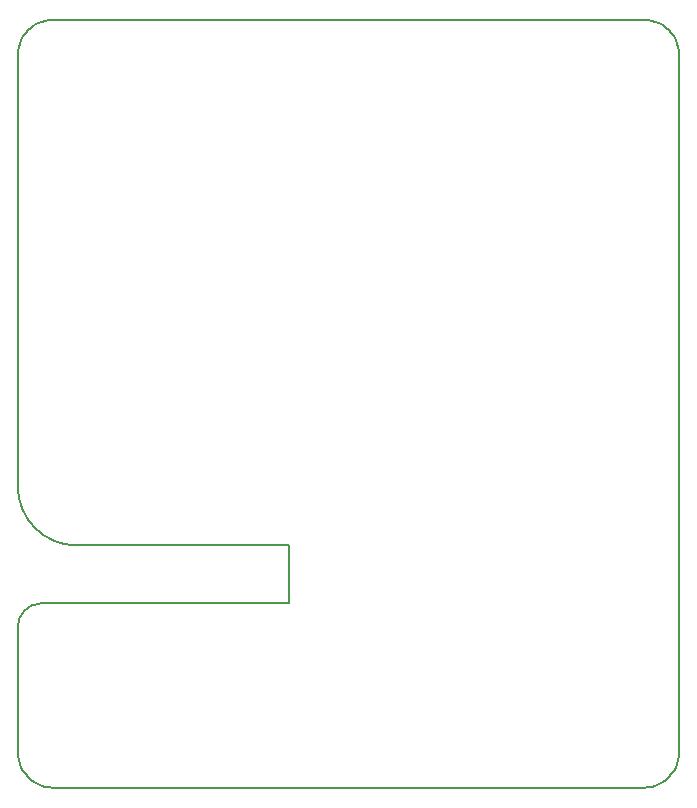
<source format=gm1>
%TF.GenerationSoftware,KiCad,Pcbnew,9.0.1*%
%TF.CreationDate,2025-04-07T05:48:08-07:00*%
%TF.ProjectId,RPi_interface,5250695f-696e-4746-9572-666163652e6b,1.3*%
%TF.SameCoordinates,Original*%
%TF.FileFunction,Profile,NP*%
%FSLAX46Y46*%
G04 Gerber Fmt 4.6, Leading zero omitted, Abs format (unit mm)*
G04 Created by KiCad (PCBNEW 9.0.1) date 2025-04-07 05:48:08*
%MOMM*%
%LPD*%
G01*
G04 APERTURE LIST*
%TA.AperFunction,Profile*%
%ADD10C,0.200000*%
%TD*%
G04 APERTURE END LIST*
D10*
X90075216Y-50332437D02*
X90018863Y-50664107D01*
X145924784Y-110667563D02*
X145981137Y-110335893D01*
X91698349Y-48297093D02*
X91403904Y-48459827D01*
X145831650Y-110990837D02*
X145924784Y-110667563D01*
X90018863Y-110335893D02*
X90075216Y-110667563D01*
X144870469Y-48654506D02*
X144596096Y-48459827D01*
X143667563Y-112924784D02*
X143990837Y-112831650D01*
X91403904Y-48459827D02*
X91129531Y-48654506D01*
X91698349Y-112702907D02*
X92009163Y-112831650D01*
X90297093Y-111301651D02*
X90459827Y-111596096D01*
X144301651Y-112702907D02*
X144596096Y-112540173D01*
X91403904Y-112540173D02*
X91698349Y-112702907D01*
X90000000Y-99399999D02*
X90000000Y-110000000D01*
X92664107Y-48018863D02*
X92332437Y-48075216D01*
X146000000Y-51000000D02*
X145981137Y-50664107D01*
X92009163Y-112831650D02*
X92332437Y-112924784D01*
X145345494Y-111870469D02*
X145540173Y-111596096D01*
X90018863Y-50664107D02*
X90000000Y-51000000D01*
X90000000Y-99399999D02*
G75*
G02*
X91999999Y-97400000I2000000J-1D01*
G01*
X145831650Y-50009163D02*
X145702907Y-49698349D01*
X94999998Y-92500000D02*
X113000000Y-92500000D01*
X145540173Y-111596096D02*
X145702907Y-111301651D01*
X90297093Y-49698349D02*
X90168350Y-50009163D01*
X92664107Y-112981137D02*
X93000000Y-113000000D01*
X90459827Y-111596096D02*
X90654506Y-111870469D01*
X143335893Y-48018863D02*
X143000000Y-48000000D01*
X90878680Y-48878680D02*
X90654506Y-49129531D01*
X90459827Y-49403904D02*
X90297093Y-49698349D01*
X93000000Y-113000000D02*
X143000000Y-113000000D01*
X113000000Y-97400000D02*
X91999999Y-97400000D01*
X90000000Y-110000000D02*
X90018863Y-110335893D01*
X144596096Y-48459827D02*
X144301651Y-48297093D01*
X144301651Y-48297093D02*
X143990837Y-48168350D01*
X90168350Y-50009163D02*
X90075216Y-50332437D01*
X145121320Y-48878680D02*
X144870469Y-48654506D01*
X90000000Y-51000000D02*
X89999998Y-87499999D01*
X94999998Y-92500000D02*
G75*
G02*
X90000000Y-87499999I2J5000000D01*
G01*
X144870469Y-112345494D02*
X145121320Y-112121320D01*
X145345494Y-49129531D02*
X145121320Y-48878680D01*
X145981137Y-110335893D02*
X146000000Y-110000000D01*
X143667563Y-48075216D02*
X143335893Y-48018863D01*
X92009163Y-48168350D02*
X91698349Y-48297093D01*
X90654506Y-111870469D02*
X90878680Y-112121320D01*
X143335893Y-112981137D02*
X143667563Y-112924784D01*
X90168350Y-110990837D02*
X90297093Y-111301651D01*
X91129531Y-48654506D02*
X90878680Y-48878680D01*
X93000000Y-48000000D02*
X92664107Y-48018863D01*
X90878680Y-112121320D02*
X91129531Y-112345494D01*
X145924784Y-50332437D02*
X145831650Y-50009163D01*
X145702907Y-49698349D02*
X145540173Y-49403904D01*
X145121320Y-112121320D02*
X145345494Y-111870469D01*
X92332437Y-48075216D02*
X92009163Y-48168350D01*
X143990837Y-112831650D02*
X144301651Y-112702907D01*
X113000000Y-92500000D02*
X113000000Y-97400000D01*
X143000000Y-113000000D02*
X143335893Y-112981137D01*
X145981137Y-50664107D02*
X145924784Y-50332437D01*
X144596096Y-112540173D02*
X144870469Y-112345494D01*
X143000000Y-48000000D02*
X93000000Y-48000000D01*
X90075216Y-110667563D02*
X90168350Y-110990837D01*
X90654506Y-49129531D02*
X90459827Y-49403904D01*
X145702907Y-111301651D02*
X145831650Y-110990837D01*
X145540173Y-49403904D02*
X145345494Y-49129531D01*
X92332437Y-112924784D02*
X92664107Y-112981137D01*
X146000000Y-110000000D02*
X146000000Y-51000000D01*
X143990837Y-48168350D02*
X143667563Y-48075216D01*
X91129531Y-112345494D02*
X91403904Y-112540173D01*
M02*

</source>
